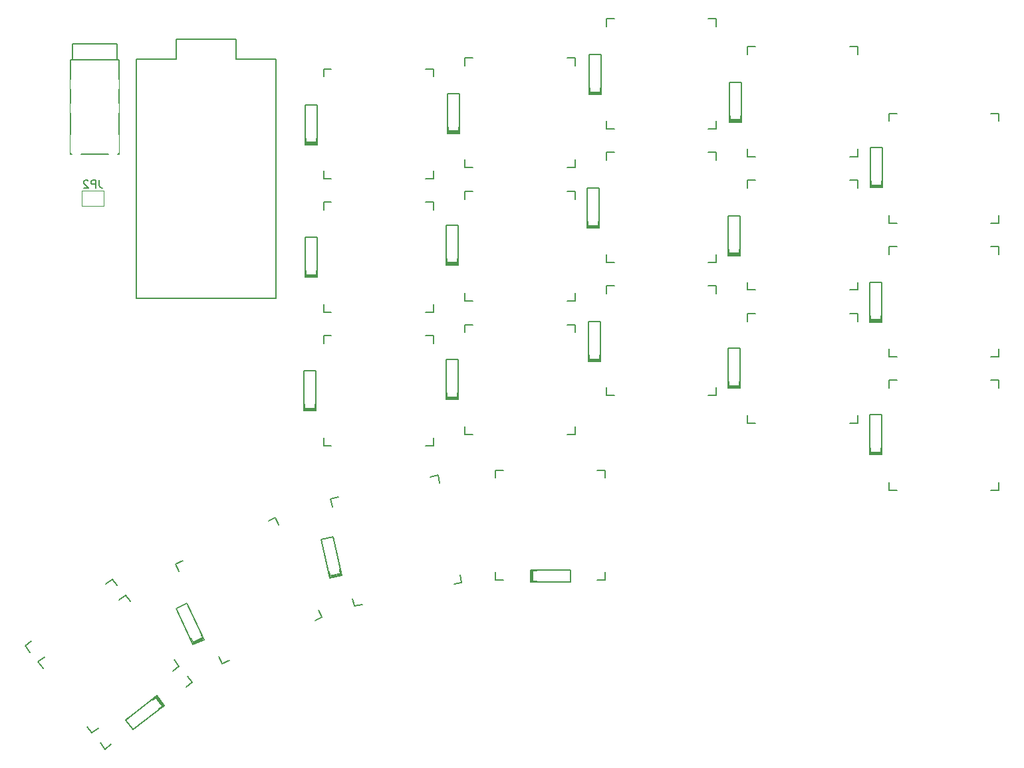
<source format=gbr>
G04 #@! TF.GenerationSoftware,KiCad,Pcbnew,7.0.2-6a45011f42~172~ubuntu20.04.1*
G04 #@! TF.CreationDate,2023-04-26T19:15:44+02:00*
G04 #@! TF.ProjectId,Pteron36v0,50746572-6f6e-4333-9676-302e6b696361,rev?*
G04 #@! TF.SameCoordinates,Original*
G04 #@! TF.FileFunction,Legend,Bot*
G04 #@! TF.FilePolarity,Positive*
%FSLAX46Y46*%
G04 Gerber Fmt 4.6, Leading zero omitted, Abs format (unit mm)*
G04 Created by KiCad (PCBNEW 7.0.2-6a45011f42~172~ubuntu20.04.1) date 2023-04-26 19:15:44*
%MOMM*%
%LPD*%
G01*
G04 APERTURE LIST*
G04 Aperture macros list*
%AMRotRect*
0 Rectangle, with rotation*
0 The origin of the aperture is its center*
0 $1 length*
0 $2 width*
0 $3 Rotation angle, in degrees counterclockwise*
0 Add horizontal line*
21,1,$1,$2,0,0,$3*%
G04 Aperture macros list end*
%ADD10C,0.150000*%
%ADD11C,0.120000*%
%ADD12R,1.200000X1.600000*%
%ADD13R,1.600000X1.600000*%
%ADD14C,1.600000*%
%ADD15RotRect,1.600000X1.200000X282.500000*%
%ADD16RotRect,1.600000X1.600000X282.500000*%
%ADD17RotRect,1.600000X1.200000X295.000000*%
%ADD18RotRect,1.600000X1.600000X295.000000*%
%ADD19RotRect,1.600000X1.200000X37.500000*%
%ADD20RotRect,1.600000X1.600000X37.500000*%
%ADD21C,0.800000*%
%ADD22O,1.600000X2.000000*%
%ADD23C,1.701800*%
%ADD24C,0.990600*%
%ADD25C,3.429000*%
%ADD26C,2.032000*%
%ADD27R,1.600000X1.200000*%
%ADD28R,2.000000X2.000000*%
%ADD29C,2.000000*%
%ADD30R,3.000000X2.500000*%
%ADD31R,1.000000X1.500000*%
G04 APERTURE END LIST*
D10*
G04 #@! TO.C,JP2*
X126436333Y-63829619D02*
X126436333Y-64543904D01*
X126436333Y-64543904D02*
X126483952Y-64686761D01*
X126483952Y-64686761D02*
X126579190Y-64782000D01*
X126579190Y-64782000D02*
X126722047Y-64829619D01*
X126722047Y-64829619D02*
X126817285Y-64829619D01*
X125960142Y-64829619D02*
X125960142Y-63829619D01*
X125960142Y-63829619D02*
X125579190Y-63829619D01*
X125579190Y-63829619D02*
X125483952Y-63877238D01*
X125483952Y-63877238D02*
X125436333Y-63924857D01*
X125436333Y-63924857D02*
X125388714Y-64020095D01*
X125388714Y-64020095D02*
X125388714Y-64162952D01*
X125388714Y-64162952D02*
X125436333Y-64258190D01*
X125436333Y-64258190D02*
X125483952Y-64305809D01*
X125483952Y-64305809D02*
X125579190Y-64353428D01*
X125579190Y-64353428D02*
X125960142Y-64353428D01*
X125007761Y-63924857D02*
X124960142Y-63877238D01*
X124960142Y-63877238D02*
X124864904Y-63829619D01*
X124864904Y-63829619D02*
X124626809Y-63829619D01*
X124626809Y-63829619D02*
X124531571Y-63877238D01*
X124531571Y-63877238D02*
X124483952Y-63924857D01*
X124483952Y-63924857D02*
X124436333Y-64020095D01*
X124436333Y-64020095D02*
X124436333Y-64115333D01*
X124436333Y-64115333D02*
X124483952Y-64258190D01*
X124483952Y-64258190D02*
X125055380Y-64829619D01*
X125055380Y-64829619D02*
X124436333Y-64829619D01*
G04 #@! TO.C,D7*
X226169000Y-59720328D02*
X226169000Y-60228328D01*
X226169000Y-59720328D02*
X226169000Y-64800328D01*
X224645000Y-59720328D02*
X226169000Y-59720328D01*
X226169000Y-64038328D02*
X224645000Y-64038328D01*
X226169000Y-64165328D02*
X224645000Y-64165328D01*
X224645000Y-64292328D02*
X226169000Y-64292328D01*
X226169000Y-64419328D02*
X224645000Y-64419328D01*
X224645000Y-64546328D02*
X226169000Y-64546328D01*
X226169000Y-64673328D02*
X224645000Y-64673328D01*
X226169000Y-64800328D02*
X224645000Y-64800328D01*
X224645000Y-64800328D02*
X224645000Y-59720328D01*
G04 #@! TO.C,D8*
X226042000Y-76865328D02*
X226042000Y-77373328D01*
X226042000Y-76865328D02*
X226042000Y-81945328D01*
X224518000Y-76865328D02*
X226042000Y-76865328D01*
X226042000Y-81183328D02*
X224518000Y-81183328D01*
X226042000Y-81310328D02*
X224518000Y-81310328D01*
X224518000Y-81437328D02*
X226042000Y-81437328D01*
X226042000Y-81564328D02*
X224518000Y-81564328D01*
X224518000Y-81691328D02*
X226042000Y-81691328D01*
X226042000Y-81818328D02*
X224518000Y-81818328D01*
X226042000Y-81945328D02*
X224518000Y-81945328D01*
X224518000Y-81945328D02*
X224518000Y-76865328D01*
G04 #@! TO.C,D9*
X226042000Y-93756328D02*
X226042000Y-94264328D01*
X226042000Y-93756328D02*
X226042000Y-98836328D01*
X224518000Y-93756328D02*
X226042000Y-93756328D01*
X226042000Y-98074328D02*
X224518000Y-98074328D01*
X226042000Y-98201328D02*
X224518000Y-98201328D01*
X224518000Y-98328328D02*
X226042000Y-98328328D01*
X226042000Y-98455328D02*
X224518000Y-98455328D01*
X224518000Y-98582328D02*
X226042000Y-98582328D01*
X226042000Y-98709328D02*
X224518000Y-98709328D01*
X226042000Y-98836328D02*
X224518000Y-98836328D01*
X224518000Y-98836328D02*
X224518000Y-93756328D01*
G04 #@! TO.C,D10*
X156194181Y-109271895D02*
X156304132Y-109767854D01*
X156194181Y-109271895D02*
X157293694Y-114231479D01*
X154706306Y-109601749D02*
X156194181Y-109271895D01*
X157128767Y-113487541D02*
X155640892Y-113817395D01*
X157156255Y-113611531D02*
X155668380Y-113941385D01*
X155695868Y-114065374D02*
X157183743Y-113735521D01*
X157211231Y-113859510D02*
X155723356Y-114189364D01*
X155750843Y-114313354D02*
X157238719Y-113983500D01*
X157266206Y-114107489D02*
X155778331Y-114437343D01*
X157293694Y-114231479D02*
X155805819Y-114561333D01*
X155805819Y-114561333D02*
X154706306Y-109601749D01*
G04 #@! TO.C,D12*
X208203000Y-51366998D02*
X208203000Y-51874998D01*
X208203000Y-51366998D02*
X208203000Y-56446998D01*
X206679000Y-51366998D02*
X208203000Y-51366998D01*
X208203000Y-55684998D02*
X206679000Y-55684998D01*
X208203000Y-55811998D02*
X206679000Y-55811998D01*
X206679000Y-55938998D02*
X208203000Y-55938998D01*
X208203000Y-56065998D02*
X206679000Y-56065998D01*
X206679000Y-56192998D02*
X208203000Y-56192998D01*
X208203000Y-56319998D02*
X206679000Y-56319998D01*
X208203000Y-56446998D02*
X206679000Y-56446998D01*
X206679000Y-56446998D02*
X206679000Y-51366998D01*
G04 #@! TO.C,D13*
X208076000Y-68384998D02*
X208076000Y-68892998D01*
X208076000Y-68384998D02*
X208076000Y-73464998D01*
X206552000Y-68384998D02*
X208076000Y-68384998D01*
X208076000Y-72702998D02*
X206552000Y-72702998D01*
X208076000Y-72829998D02*
X206552000Y-72829998D01*
X206552000Y-72956998D02*
X208076000Y-72956998D01*
X208076000Y-73083998D02*
X206552000Y-73083998D01*
X206552000Y-73210998D02*
X208076000Y-73210998D01*
X208076000Y-73337998D02*
X206552000Y-73337998D01*
X208076000Y-73464998D02*
X206552000Y-73464998D01*
X206552000Y-73464998D02*
X206552000Y-68384998D01*
G04 #@! TO.C,D14*
X208076000Y-85275998D02*
X208076000Y-85783998D01*
X208076000Y-85275998D02*
X208076000Y-90355998D01*
X206552000Y-85275998D02*
X208076000Y-85275998D01*
X208076000Y-89593998D02*
X206552000Y-89593998D01*
X208076000Y-89720998D02*
X206552000Y-89720998D01*
X206552000Y-89847998D02*
X208076000Y-89847998D01*
X208076000Y-89974998D02*
X206552000Y-89974998D01*
X206552000Y-90101998D02*
X208076000Y-90101998D01*
X208076000Y-90228998D02*
X206552000Y-90228998D01*
X208076000Y-90355998D02*
X206552000Y-90355998D01*
X206552000Y-90355998D02*
X206552000Y-85275998D01*
G04 #@! TO.C,D15*
X137617156Y-117792553D02*
X137831846Y-118252957D01*
X137617156Y-117792553D02*
X139764057Y-122396597D01*
X136235943Y-118436623D02*
X137617156Y-117792553D01*
X139442022Y-121705990D02*
X138060809Y-122350060D01*
X139495694Y-121821091D02*
X138114481Y-122465161D01*
X138168154Y-122580263D02*
X139549367Y-121936192D01*
X139603039Y-122051293D02*
X138221826Y-122695364D01*
X138275499Y-122810465D02*
X139656712Y-122166394D01*
X139710384Y-122281496D02*
X138329171Y-122925566D01*
X139764057Y-122396597D02*
X138382844Y-123040667D01*
X138382844Y-123040667D02*
X136235943Y-118436623D01*
G04 #@! TO.C,D17*
X190364000Y-47830664D02*
X190364000Y-48338664D01*
X190364000Y-47830664D02*
X190364000Y-52910664D01*
X188840000Y-47830664D02*
X190364000Y-47830664D01*
X190364000Y-52148664D02*
X188840000Y-52148664D01*
X190364000Y-52275664D02*
X188840000Y-52275664D01*
X188840000Y-52402664D02*
X190364000Y-52402664D01*
X190364000Y-52529664D02*
X188840000Y-52529664D01*
X188840000Y-52656664D02*
X190364000Y-52656664D01*
X190364000Y-52783664D02*
X188840000Y-52783664D01*
X190364000Y-52910664D02*
X188840000Y-52910664D01*
X188840000Y-52910664D02*
X188840000Y-47830664D01*
G04 #@! TO.C,D18*
X190110000Y-64848664D02*
X190110000Y-65356664D01*
X190110000Y-64848664D02*
X190110000Y-69928664D01*
X188586000Y-64848664D02*
X190110000Y-64848664D01*
X190110000Y-69166664D02*
X188586000Y-69166664D01*
X190110000Y-69293664D02*
X188586000Y-69293664D01*
X188586000Y-69420664D02*
X190110000Y-69420664D01*
X190110000Y-69547664D02*
X188586000Y-69547664D01*
X188586000Y-69674664D02*
X190110000Y-69674664D01*
X190110000Y-69801664D02*
X188586000Y-69801664D01*
X190110000Y-69928664D02*
X188586000Y-69928664D01*
X188586000Y-69928664D02*
X188586000Y-64848664D01*
G04 #@! TO.C,D19*
X190237000Y-81866664D02*
X190237000Y-82374664D01*
X190237000Y-81866664D02*
X190237000Y-86946664D01*
X188713000Y-81866664D02*
X190237000Y-81866664D01*
X190237000Y-86184664D02*
X188713000Y-86184664D01*
X190237000Y-86311664D02*
X188713000Y-86311664D01*
X188713000Y-86438664D02*
X190237000Y-86438664D01*
X190237000Y-86565664D02*
X188713000Y-86565664D01*
X188713000Y-86692664D02*
X190237000Y-86692664D01*
X190237000Y-86819664D02*
X188713000Y-86819664D01*
X190237000Y-86946664D02*
X188713000Y-86946664D01*
X188713000Y-86946664D02*
X188713000Y-81866664D01*
G04 #@! TO.C,D20*
X129778806Y-132666119D02*
X130181830Y-132356868D01*
X129778806Y-132666119D02*
X133809041Y-129573611D01*
X130706559Y-133875189D02*
X129778806Y-132666119D01*
X133204506Y-130037487D02*
X134132258Y-131246557D01*
X133305262Y-129960174D02*
X134233014Y-131169245D01*
X134333770Y-131091932D02*
X133406018Y-129882862D01*
X133506774Y-129805549D02*
X134434526Y-131014619D01*
X134535282Y-130937307D02*
X133607530Y-129728236D01*
X133708285Y-129650923D02*
X134636038Y-130859994D01*
X133809041Y-129573611D02*
X134736794Y-130782681D01*
X134736794Y-130782681D02*
X130706559Y-133875189D01*
G04 #@! TO.C,D22*
X172271000Y-52803330D02*
X172271000Y-53311330D01*
X172271000Y-52803330D02*
X172271000Y-57883330D01*
X170747000Y-52803330D02*
X172271000Y-52803330D01*
X172271000Y-57121330D02*
X170747000Y-57121330D01*
X172271000Y-57248330D02*
X170747000Y-57248330D01*
X170747000Y-57375330D02*
X172271000Y-57375330D01*
X172271000Y-57502330D02*
X170747000Y-57502330D01*
X170747000Y-57629330D02*
X172271000Y-57629330D01*
X172271000Y-57756330D02*
X170747000Y-57756330D01*
X172271000Y-57883330D02*
X170747000Y-57883330D01*
X170747000Y-57883330D02*
X170747000Y-52803330D01*
G04 #@! TO.C,D23*
X172144000Y-69567330D02*
X172144000Y-70075330D01*
X172144000Y-69567330D02*
X172144000Y-74647330D01*
X170620000Y-69567330D02*
X172144000Y-69567330D01*
X172144000Y-73885330D02*
X170620000Y-73885330D01*
X172144000Y-74012330D02*
X170620000Y-74012330D01*
X170620000Y-74139330D02*
X172144000Y-74139330D01*
X172144000Y-74266330D02*
X170620000Y-74266330D01*
X170620000Y-74393330D02*
X172144000Y-74393330D01*
X172144000Y-74520330D02*
X170620000Y-74520330D01*
X172144000Y-74647330D02*
X170620000Y-74647330D01*
X170620000Y-74647330D02*
X170620000Y-69567330D01*
G04 #@! TO.C,D24*
X172144000Y-86712330D02*
X172144000Y-87220330D01*
X172144000Y-86712330D02*
X172144000Y-91792330D01*
X170620000Y-86712330D02*
X172144000Y-86712330D01*
X172144000Y-91030330D02*
X170620000Y-91030330D01*
X172144000Y-91157330D02*
X170620000Y-91157330D01*
X170620000Y-91284330D02*
X172144000Y-91284330D01*
X172144000Y-91411330D02*
X170620000Y-91411330D01*
X170620000Y-91538330D02*
X172144000Y-91538330D01*
X172144000Y-91665330D02*
X170620000Y-91665330D01*
X172144000Y-91792330D02*
X170620000Y-91792330D01*
X170620000Y-91792330D02*
X170620000Y-86712330D01*
G04 #@! TO.C,D26*
X154178000Y-54229000D02*
X154178000Y-54737000D01*
X154178000Y-54229000D02*
X154178000Y-59309000D01*
X152654000Y-54229000D02*
X154178000Y-54229000D01*
X154178000Y-58547000D02*
X152654000Y-58547000D01*
X154178000Y-58674000D02*
X152654000Y-58674000D01*
X152654000Y-58801000D02*
X154178000Y-58801000D01*
X154178000Y-58928000D02*
X152654000Y-58928000D01*
X152654000Y-59055000D02*
X154178000Y-59055000D01*
X154178000Y-59182000D02*
X152654000Y-59182000D01*
X154178000Y-59309000D02*
X152654000Y-59309000D01*
X152654000Y-59309000D02*
X152654000Y-54229000D01*
G04 #@! TO.C,D27*
X154178000Y-71120000D02*
X154178000Y-71628000D01*
X154178000Y-71120000D02*
X154178000Y-76200000D01*
X152654000Y-71120000D02*
X154178000Y-71120000D01*
X154178000Y-75438000D02*
X152654000Y-75438000D01*
X154178000Y-75565000D02*
X152654000Y-75565000D01*
X152654000Y-75692000D02*
X154178000Y-75692000D01*
X154178000Y-75819000D02*
X152654000Y-75819000D01*
X152654000Y-75946000D02*
X154178000Y-75946000D01*
X154178000Y-76073000D02*
X152654000Y-76073000D01*
X154178000Y-76200000D02*
X152654000Y-76200000D01*
X152654000Y-76200000D02*
X152654000Y-71120000D01*
G04 #@! TO.C,SW8*
X241000000Y-86333328D02*
X240000000Y-86333328D01*
X241000000Y-85333328D02*
X241000000Y-86333328D01*
X241000000Y-72333328D02*
X241000000Y-73333328D01*
X240000000Y-72333328D02*
X241000000Y-72333328D01*
X228000000Y-86333328D02*
X227000000Y-86333328D01*
X227000000Y-86333328D02*
X227000000Y-85333328D01*
X227000000Y-73333328D02*
X227000000Y-72333328D01*
X227000000Y-72333328D02*
X228000000Y-72333328D01*
G04 #@! TO.C,SW9*
X241000000Y-103333328D02*
X240000000Y-103333328D01*
X241000000Y-102333328D02*
X241000000Y-103333328D01*
X241000000Y-89333328D02*
X241000000Y-90333328D01*
X240000000Y-89333328D02*
X241000000Y-89333328D01*
X228000000Y-103333328D02*
X227000000Y-103333328D01*
X227000000Y-103333328D02*
X227000000Y-102333328D01*
X227000000Y-90333328D02*
X227000000Y-89333328D01*
X227000000Y-89333328D02*
X228000000Y-89333328D01*
G04 #@! TO.C,SW13*
X223000000Y-77833332D02*
X222000000Y-77833332D01*
X223000000Y-76833332D02*
X223000000Y-77833332D01*
X223000000Y-63833332D02*
X223000000Y-64833332D01*
X222000000Y-63833332D02*
X223000000Y-63833332D01*
X210000000Y-77833332D02*
X209000000Y-77833332D01*
X209000000Y-77833332D02*
X209000000Y-76833332D01*
X209000000Y-64833332D02*
X209000000Y-63833332D01*
X209000000Y-63833332D02*
X210000000Y-63833332D01*
G04 #@! TO.C,SW14*
X223000000Y-94833332D02*
X222000000Y-94833332D01*
X223000000Y-93833332D02*
X223000000Y-94833332D01*
X223000000Y-80833332D02*
X223000000Y-81833332D01*
X222000000Y-80833332D02*
X223000000Y-80833332D01*
X210000000Y-94833332D02*
X209000000Y-94833332D01*
X209000000Y-94833332D02*
X209000000Y-93833332D01*
X209000000Y-81833332D02*
X209000000Y-80833332D01*
X209000000Y-80833332D02*
X210000000Y-80833332D01*
G04 #@! TO.C,SW15*
X154802482Y-119552439D02*
X153896175Y-119975057D01*
X154379864Y-118646131D02*
X154802482Y-119552439D01*
X148885827Y-106864130D02*
X149308445Y-107770437D01*
X147979519Y-107286748D02*
X148885827Y-106864130D01*
X143020481Y-125046476D02*
X142114173Y-125469094D01*
X142114173Y-125469094D02*
X141691555Y-124562787D01*
X136620136Y-113687093D02*
X136197518Y-112780785D01*
X136197518Y-112780785D02*
X137103825Y-112358167D01*
G04 #@! TO.C,SW20*
X138288003Y-127834943D02*
X137494650Y-128443705D01*
X137679242Y-127041590D02*
X138288003Y-127834943D01*
X129765343Y-116727997D02*
X130374105Y-117521350D01*
X128971990Y-117336758D02*
X129765343Y-116727997D01*
X127974410Y-135748842D02*
X127181057Y-136357603D01*
X127181057Y-136357603D02*
X126572295Y-135564250D01*
X119267158Y-126044010D02*
X118658397Y-125250657D01*
X118658397Y-125250657D02*
X119451750Y-124641895D01*
G04 #@! TO.C,SW22*
X187000000Y-62249998D02*
X186000000Y-62249998D01*
X187000000Y-61249998D02*
X187000000Y-62249998D01*
X187000000Y-48249998D02*
X187000000Y-49249998D01*
X186000000Y-48249998D02*
X187000000Y-48249998D01*
X174000000Y-62249998D02*
X173000000Y-62249998D01*
X173000000Y-62249998D02*
X173000000Y-61249998D01*
X173000000Y-49249998D02*
X173000000Y-48249998D01*
X173000000Y-48249998D02*
X174000000Y-48249998D01*
G04 #@! TO.C,SW23*
X187000000Y-79249998D02*
X186000000Y-79249998D01*
X187000000Y-78249998D02*
X187000000Y-79249998D01*
X187000000Y-65249998D02*
X187000000Y-66249998D01*
X186000000Y-65249998D02*
X187000000Y-65249998D01*
X174000000Y-79249998D02*
X173000000Y-79249998D01*
X173000000Y-79249998D02*
X173000000Y-78249998D01*
X173000000Y-66249998D02*
X173000000Y-65249998D01*
X173000000Y-65249998D02*
X174000000Y-65249998D01*
G04 #@! TO.C,SW24*
X187000000Y-96249998D02*
X186000000Y-96249998D01*
X187000000Y-95249998D02*
X187000000Y-96249998D01*
X187000000Y-82249998D02*
X187000000Y-83249998D01*
X186000000Y-82249998D02*
X187000000Y-82249998D01*
X174000000Y-96249998D02*
X173000000Y-96249998D01*
X173000000Y-96249998D02*
X173000000Y-95249998D01*
X173000000Y-83249998D02*
X173000000Y-82249998D01*
X173000000Y-82249998D02*
X174000000Y-82249998D01*
G04 #@! TO.C,SW26*
X169000000Y-63666664D02*
X168000000Y-63666664D01*
X169000000Y-62666664D02*
X169000000Y-63666664D01*
X169000000Y-49666664D02*
X169000000Y-50666664D01*
X168000000Y-49666664D02*
X169000000Y-49666664D01*
X156000000Y-63666664D02*
X155000000Y-63666664D01*
X155000000Y-63666664D02*
X155000000Y-62666664D01*
X155000000Y-50666664D02*
X155000000Y-49666664D01*
X155000000Y-49666664D02*
X156000000Y-49666664D01*
G04 #@! TO.C,SW27*
X169000000Y-80666664D02*
X168000000Y-80666664D01*
X169000000Y-79666664D02*
X169000000Y-80666664D01*
X169000000Y-66666664D02*
X169000000Y-67666664D01*
X168000000Y-66666664D02*
X169000000Y-66666664D01*
X156000000Y-80666664D02*
X155000000Y-80666664D01*
X155000000Y-80666664D02*
X155000000Y-79666664D01*
X155000000Y-67666664D02*
X155000000Y-66666664D01*
X155000000Y-66666664D02*
X156000000Y-66666664D01*
G04 #@! TO.C,SW28*
X169000000Y-97666664D02*
X168000000Y-97666664D01*
X169000000Y-96666664D02*
X169000000Y-97666664D01*
X169000000Y-83666664D02*
X169000000Y-84666664D01*
X168000000Y-83666664D02*
X169000000Y-83666664D01*
X156000000Y-97666664D02*
X155000000Y-97666664D01*
X155000000Y-97666664D02*
X155000000Y-96666664D01*
X155000000Y-84666664D02*
X155000000Y-83666664D01*
X155000000Y-83666664D02*
X156000000Y-83666664D01*
G04 #@! TO.C,U1*
X143891000Y-45847000D02*
X143891000Y-48387000D01*
X136271000Y-45847000D02*
X143891000Y-45847000D01*
X148971000Y-48387000D02*
X148971000Y-78867000D01*
X143891000Y-48387000D02*
X148971000Y-48387000D01*
X136271000Y-48387000D02*
X136271000Y-45847000D01*
X131191000Y-48387000D02*
X136271000Y-48387000D01*
X148971000Y-78867000D02*
X131191000Y-78867000D01*
X131191000Y-78867000D02*
X131191000Y-48387000D01*
G04 #@! TO.C,SW7*
X241000000Y-69333328D02*
X240000000Y-69333328D01*
X241000000Y-68333328D02*
X241000000Y-69333328D01*
X241000000Y-55333328D02*
X241000000Y-56333328D01*
X240000000Y-55333328D02*
X241000000Y-55333328D01*
X228000000Y-69333328D02*
X227000000Y-69333328D01*
X227000000Y-69333328D02*
X227000000Y-68333328D01*
X227000000Y-56333328D02*
X227000000Y-55333328D01*
X227000000Y-55333328D02*
X228000000Y-55333328D01*
G04 #@! TO.C,SW12*
X223000000Y-60833332D02*
X222000000Y-60833332D01*
X223000000Y-59833332D02*
X223000000Y-60833332D01*
X223000000Y-46833332D02*
X223000000Y-47833332D01*
X222000000Y-46833332D02*
X223000000Y-46833332D01*
X210000000Y-60833332D02*
X209000000Y-60833332D01*
X209000000Y-60833332D02*
X209000000Y-59833332D01*
X209000000Y-47833332D02*
X209000000Y-46833332D01*
X209000000Y-46833332D02*
X210000000Y-46833332D01*
G04 #@! TO.C,D28*
X154051000Y-88138000D02*
X154051000Y-88646000D01*
X154051000Y-88138000D02*
X154051000Y-93218000D01*
X152527000Y-88138000D02*
X154051000Y-88138000D01*
X154051000Y-92456000D02*
X152527000Y-92456000D01*
X154051000Y-92583000D02*
X152527000Y-92583000D01*
X152527000Y-92710000D02*
X154051000Y-92710000D01*
X154051000Y-92837000D02*
X152527000Y-92837000D01*
X152527000Y-92964000D02*
X154051000Y-92964000D01*
X154051000Y-93091000D02*
X152527000Y-93091000D01*
X154051000Y-93218000D02*
X152527000Y-93218000D01*
X152527000Y-93218000D02*
X152527000Y-88138000D01*
G04 #@! TO.C,SW17*
X205000000Y-57291667D02*
X204000000Y-57291667D01*
X205000000Y-56291667D02*
X205000000Y-57291667D01*
X205000000Y-43291667D02*
X205000000Y-44291667D01*
X204000000Y-43291667D02*
X205000000Y-43291667D01*
X192000000Y-57291667D02*
X191000000Y-57291667D01*
X191000000Y-57291667D02*
X191000000Y-56291667D01*
X191000000Y-44291667D02*
X191000000Y-43291667D01*
X191000000Y-43291667D02*
X192000000Y-43291667D01*
G04 #@! TO.C,SW19*
X205000000Y-91291667D02*
X204000000Y-91291667D01*
X205000000Y-90291667D02*
X205000000Y-91291667D01*
X205000000Y-77291667D02*
X205000000Y-78291667D01*
X204000000Y-77291667D02*
X205000000Y-77291667D01*
X192000000Y-91291667D02*
X191000000Y-91291667D01*
X191000000Y-91291667D02*
X191000000Y-90291667D01*
X191000000Y-78291667D02*
X191000000Y-77291667D01*
X191000000Y-77291667D02*
X192000000Y-77291667D01*
G04 #@! TO.C,SW18*
X205000000Y-74291667D02*
X204000000Y-74291667D01*
X205000000Y-73291667D02*
X205000000Y-74291667D01*
X205000000Y-60291667D02*
X205000000Y-61291667D01*
X204000000Y-60291667D02*
X205000000Y-60291667D01*
X192000000Y-74291667D02*
X191000000Y-74291667D01*
X191000000Y-74291667D02*
X191000000Y-73291667D01*
X191000000Y-61291667D02*
X191000000Y-60291667D01*
X191000000Y-60291667D02*
X192000000Y-60291667D01*
G04 #@! TO.C,SW10*
X172599149Y-115110610D02*
X171622853Y-115327049D01*
X172382710Y-114134314D02*
X172599149Y-115110610D01*
X169568995Y-101442466D02*
X169785434Y-102418762D01*
X168592699Y-101658905D02*
X169568995Y-101442466D01*
X159907301Y-117924325D02*
X158931005Y-118140764D01*
X158931005Y-118140764D02*
X158714566Y-117164468D01*
X156117290Y-105448916D02*
X155900851Y-104472620D01*
X155900851Y-104472620D02*
X156877147Y-104256181D01*
G04 #@! TO.C,SW2*
X190868000Y-114799000D02*
X189868000Y-114799000D01*
X190868000Y-113799000D02*
X190868000Y-114799000D01*
X190868000Y-100799000D02*
X190868000Y-101799000D01*
X189868000Y-100799000D02*
X190868000Y-100799000D01*
X177868000Y-114799000D02*
X176868000Y-114799000D01*
X176868000Y-114799000D02*
X176868000Y-113799000D01*
X176868000Y-101799000D02*
X176868000Y-100799000D01*
X176868000Y-100799000D02*
X177868000Y-100799000D01*
G04 #@! TO.C,D1*
X186436000Y-115062000D02*
X185928000Y-115062000D01*
X186436000Y-115062000D02*
X181356000Y-115062000D01*
X186436000Y-113538000D02*
X186436000Y-115062000D01*
X182118000Y-115062000D02*
X182118000Y-113538000D01*
X181991000Y-115062000D02*
X181991000Y-113538000D01*
X181864000Y-113538000D02*
X181864000Y-115062000D01*
X181737000Y-115062000D02*
X181737000Y-113538000D01*
X181610000Y-113538000D02*
X181610000Y-115062000D01*
X181483000Y-115062000D02*
X181483000Y-113538000D01*
X181356000Y-115062000D02*
X181356000Y-113538000D01*
X181356000Y-113538000D02*
X186436000Y-113538000D01*
G04 #@! TO.C,SW1*
X128092143Y-114685197D02*
X128700905Y-115478550D01*
X127298790Y-115293958D02*
X128092143Y-114685197D01*
X116985197Y-123207857D02*
X117778550Y-122599095D01*
X117593958Y-124001210D02*
X116985197Y-123207857D01*
X136006042Y-124998790D02*
X136614803Y-125792143D01*
X136614803Y-125792143D02*
X135821450Y-126400905D01*
X126301210Y-133706042D02*
X125507857Y-134314803D01*
X125507857Y-134314803D02*
X124899095Y-133521450D01*
G04 #@! TO.C,J2*
X128920000Y-48468980D02*
X128920000Y-60568980D01*
X128670000Y-48468980D02*
X128670000Y-46468980D01*
X123070000Y-48468980D02*
X123070000Y-46468980D01*
X123070000Y-46468980D02*
X128670000Y-46468980D01*
X122820000Y-60568980D02*
X128920000Y-60568980D01*
X122820000Y-48468980D02*
X128920000Y-48468980D01*
X122820000Y-48468980D02*
X122820000Y-60568980D01*
D11*
G04 #@! TO.C,JP2*
X127003000Y-67167000D02*
X127003000Y-65167000D01*
X127003000Y-65167000D02*
X124203000Y-65167000D01*
X124203000Y-67167000D02*
X127003000Y-67167000D01*
X124203000Y-65167000D02*
X124203000Y-67167000D01*
G04 #@! TD*
%LPC*%
D12*
G04 #@! TO.C,D7*
X225407000Y-63660328D03*
D13*
X225407000Y-66160328D03*
D14*
X225407000Y-58360328D03*
D12*
X225407000Y-60860328D03*
G04 #@! TD*
G04 #@! TO.C,D8*
X225280000Y-80805328D03*
D13*
X225280000Y-83305328D03*
D14*
X225280000Y-75505328D03*
D12*
X225280000Y-78005328D03*
G04 #@! TD*
G04 #@! TO.C,D9*
X225280000Y-97696328D03*
D13*
X225280000Y-100196328D03*
D14*
X225280000Y-92396328D03*
D12*
X225280000Y-94896328D03*
G04 #@! TD*
D15*
G04 #@! TO.C,D10*
X156303015Y-113283428D03*
D16*
X156844114Y-115724168D03*
D14*
X155155886Y-108109060D03*
D15*
X155696985Y-110549800D03*
G04 #@! TD*
D12*
G04 #@! TO.C,D12*
X207441000Y-55306998D03*
D13*
X207441000Y-57806998D03*
D14*
X207441000Y-50006998D03*
D12*
X207441000Y-52506998D03*
G04 #@! TD*
G04 #@! TO.C,D13*
X207314000Y-72324998D03*
D13*
X207314000Y-74824998D03*
D14*
X207314000Y-67024998D03*
D12*
X207314000Y-69524998D03*
G04 #@! TD*
G04 #@! TO.C,D14*
X207314000Y-89215998D03*
D13*
X207314000Y-91715998D03*
D14*
X207314000Y-83915998D03*
D12*
X207314000Y-86415998D03*
G04 #@! TD*
D17*
G04 #@! TO.C,D15*
X138591666Y-121685441D03*
D18*
X139648211Y-123951210D03*
D14*
X136351789Y-116882010D03*
D17*
X137408334Y-119147779D03*
G04 #@! TD*
D12*
G04 #@! TO.C,D17*
X189602000Y-51770664D03*
D13*
X189602000Y-54270664D03*
D14*
X189602000Y-46470664D03*
D12*
X189602000Y-48970664D03*
G04 #@! TD*
G04 #@! TO.C,D18*
X189348000Y-68788664D03*
D13*
X189348000Y-71288664D03*
D14*
X189348000Y-63488664D03*
D12*
X189348000Y-65988664D03*
G04 #@! TD*
G04 #@! TO.C,D19*
X189475000Y-85806664D03*
D13*
X189475000Y-88306664D03*
D14*
X189475000Y-80506664D03*
D12*
X189475000Y-83006664D03*
G04 #@! TD*
D19*
G04 #@! TO.C,D20*
X133368495Y-130872134D03*
D20*
X135351878Y-129350230D03*
D14*
X129163722Y-134098570D03*
D19*
X131147105Y-132576666D03*
G04 #@! TD*
D12*
G04 #@! TO.C,D22*
X171509000Y-56743330D03*
D13*
X171509000Y-59243330D03*
D14*
X171509000Y-51443330D03*
D12*
X171509000Y-53943330D03*
G04 #@! TD*
G04 #@! TO.C,D23*
X171382000Y-73507330D03*
D13*
X171382000Y-76007330D03*
D14*
X171382000Y-68207330D03*
D12*
X171382000Y-70707330D03*
G04 #@! TD*
G04 #@! TO.C,D24*
X171382000Y-90652330D03*
D13*
X171382000Y-93152330D03*
D14*
X171382000Y-85352330D03*
D12*
X171382000Y-87852330D03*
G04 #@! TD*
G04 #@! TO.C,D26*
X153416000Y-58169000D03*
D13*
X153416000Y-60669000D03*
D14*
X153416000Y-52869000D03*
D12*
X153416000Y-55369000D03*
G04 #@! TD*
G04 #@! TO.C,D27*
X153416000Y-75060000D03*
D13*
X153416000Y-77560000D03*
D14*
X153416000Y-69760000D03*
D12*
X153416000Y-72260000D03*
G04 #@! TD*
D21*
G04 #@! TO.C,J1*
X125870000Y-50068980D03*
X125870000Y-57068980D03*
D22*
X123570000Y-59768980D03*
X128170000Y-58668980D03*
X128170000Y-54668980D03*
X128170000Y-51668980D03*
G04 #@! TD*
D23*
G04 #@! TO.C,SW8*
X239500000Y-79333328D03*
D24*
X239220000Y-83533328D03*
D25*
X234000000Y-79333328D03*
D24*
X228780000Y-83533328D03*
D23*
X228500000Y-79333328D03*
D26*
X234000000Y-73433328D03*
X239000000Y-75533328D03*
X229000000Y-75533328D03*
G04 #@! TD*
D23*
G04 #@! TO.C,SW9*
X239500000Y-96333328D03*
D24*
X239220000Y-100533328D03*
D25*
X234000000Y-96333328D03*
D24*
X228780000Y-100533328D03*
D23*
X228500000Y-96333328D03*
D26*
X234000000Y-90433328D03*
X239000000Y-92533328D03*
X229000000Y-92533328D03*
G04 #@! TD*
D23*
G04 #@! TO.C,SW13*
X221500000Y-70833332D03*
D24*
X221220000Y-75033332D03*
D25*
X216000000Y-70833332D03*
D24*
X210780000Y-75033332D03*
D23*
X210500000Y-70833332D03*
D26*
X216000000Y-64933332D03*
X221000000Y-67033332D03*
X211000000Y-67033332D03*
G04 #@! TD*
D23*
G04 #@! TO.C,SW14*
X221500000Y-87833332D03*
D24*
X221220000Y-92033332D03*
D25*
X216000000Y-87833332D03*
D24*
X210780000Y-92033332D03*
D23*
X210500000Y-87833332D03*
D26*
X216000000Y-81933332D03*
X221000000Y-84033332D03*
X211000000Y-84033332D03*
G04 #@! TD*
D23*
G04 #@! TO.C,SW15*
X150484693Y-113842212D03*
D24*
X152005923Y-117767037D03*
D25*
X145500000Y-116166612D03*
D24*
X142544070Y-122179172D03*
D23*
X140515307Y-118491012D03*
D26*
X143006552Y-110819396D03*
X148425590Y-110609551D03*
X139362512Y-114835734D03*
G04 #@! TD*
D23*
G04 #@! TO.C,SW20*
X132836643Y-123194612D03*
D24*
X135171302Y-126697149D03*
D25*
X128473200Y-126542800D03*
D24*
X126888694Y-133052619D03*
D23*
X124109757Y-129890988D03*
D26*
X124881508Y-121862015D03*
X130126673Y-120484250D03*
X122193140Y-126571864D03*
G04 #@! TD*
D23*
G04 #@! TO.C,SW22*
X185500000Y-55249998D03*
D24*
X185220000Y-59449998D03*
D25*
X180000000Y-55249998D03*
D24*
X174780000Y-59449998D03*
D23*
X174500000Y-55249998D03*
D26*
X180000000Y-49349998D03*
X185000000Y-51449998D03*
X175000000Y-51449998D03*
G04 #@! TD*
D23*
G04 #@! TO.C,SW23*
X185500000Y-72249998D03*
D24*
X185220000Y-76449998D03*
D25*
X180000000Y-72249998D03*
D24*
X174780000Y-76449998D03*
D23*
X174500000Y-72249998D03*
D26*
X180000000Y-66349998D03*
X185000000Y-68449998D03*
X175000000Y-68449998D03*
G04 #@! TD*
D23*
G04 #@! TO.C,SW24*
X185500000Y-89249998D03*
D24*
X185220000Y-93449998D03*
D25*
X180000000Y-89249998D03*
D24*
X174780000Y-93449998D03*
D23*
X174500000Y-89249998D03*
D26*
X180000000Y-83349998D03*
X185000000Y-85449998D03*
X175000000Y-85449998D03*
G04 #@! TD*
D23*
G04 #@! TO.C,SW26*
X167500000Y-56666664D03*
D24*
X167220000Y-60866664D03*
D25*
X162000000Y-56666664D03*
D24*
X156780000Y-60866664D03*
D23*
X156500000Y-56666664D03*
D26*
X162000000Y-50766664D03*
X167000000Y-52866664D03*
X157000000Y-52866664D03*
G04 #@! TD*
D23*
G04 #@! TO.C,SW27*
X167500000Y-73666664D03*
D24*
X167220000Y-77866664D03*
D25*
X162000000Y-73666664D03*
D24*
X156780000Y-77866664D03*
D23*
X156500000Y-73666664D03*
D26*
X162000000Y-67766664D03*
X167000000Y-69866664D03*
X157000000Y-69866664D03*
G04 #@! TD*
D23*
G04 #@! TO.C,SW28*
X167500000Y-90666664D03*
D24*
X167220000Y-94866664D03*
D25*
X162000000Y-90666664D03*
D24*
X156780000Y-94866664D03*
D23*
X156500000Y-90666664D03*
D26*
X162000000Y-84766664D03*
X167000000Y-86866664D03*
X157000000Y-86866664D03*
G04 #@! TD*
D13*
G04 #@! TO.C,U1*
X132461000Y-49657000D03*
D14*
X132461000Y-52197000D03*
X132461000Y-54737000D03*
X132461000Y-57277000D03*
X132461000Y-59817000D03*
X132461000Y-62357000D03*
X132461000Y-64897000D03*
X132461000Y-67437000D03*
X132461000Y-69977000D03*
X132461000Y-72517000D03*
X132461000Y-75057000D03*
X132461000Y-77597000D03*
X147701000Y-77597000D03*
X147701000Y-75057000D03*
X147701000Y-72517000D03*
X147701000Y-69977000D03*
X147701000Y-67437000D03*
X147701000Y-64897000D03*
X147701000Y-62357000D03*
X147701000Y-59817000D03*
X147701000Y-57277000D03*
X147701000Y-54737000D03*
X147701000Y-52197000D03*
X147701000Y-49657000D03*
G04 #@! TD*
D23*
G04 #@! TO.C,SW7*
X239500000Y-62333328D03*
D24*
X239220000Y-66533328D03*
D25*
X234000000Y-62333328D03*
D24*
X228780000Y-66533328D03*
D23*
X228500000Y-62333328D03*
D26*
X234000000Y-56433328D03*
X239000000Y-58533328D03*
X229000000Y-58533328D03*
G04 #@! TD*
D23*
G04 #@! TO.C,SW12*
X221500000Y-53833332D03*
D24*
X221220000Y-58033332D03*
D25*
X216000000Y-53833332D03*
D24*
X210780000Y-58033332D03*
D23*
X210500000Y-53833332D03*
D26*
X216000000Y-47933332D03*
X221000000Y-50033332D03*
X211000000Y-50033332D03*
G04 #@! TD*
D12*
G04 #@! TO.C,D28*
X153289000Y-92078000D03*
D13*
X153289000Y-94578000D03*
D14*
X153289000Y-86778000D03*
D12*
X153289000Y-89278000D03*
G04 #@! TD*
D23*
G04 #@! TO.C,SW17*
X203500000Y-50291667D03*
D24*
X203220000Y-54491667D03*
D25*
X198000000Y-50291667D03*
D24*
X192780000Y-54491667D03*
D23*
X192500000Y-50291667D03*
D26*
X198000000Y-44391667D03*
X203000000Y-46491667D03*
X193000000Y-46491667D03*
G04 #@! TD*
D23*
G04 #@! TO.C,SW19*
X203500000Y-84291667D03*
D24*
X203220000Y-88491667D03*
D25*
X198000000Y-84291667D03*
D24*
X192780000Y-88491667D03*
D23*
X192500000Y-84291667D03*
D26*
X198000000Y-78391667D03*
X203000000Y-80491667D03*
X193000000Y-80491667D03*
G04 #@! TD*
D23*
G04 #@! TO.C,SW18*
X203500000Y-67291667D03*
D24*
X203220000Y-71491667D03*
D25*
X198000000Y-67291667D03*
D24*
X192780000Y-71491667D03*
D23*
X192500000Y-67291667D03*
D26*
X198000000Y-61391667D03*
X203000000Y-63491667D03*
X193000000Y-63491667D03*
G04 #@! TD*
D23*
G04 #@! TO.C,SW10*
X169619628Y-108601197D03*
D24*
X170255312Y-112762243D03*
D25*
X164250000Y-109791615D03*
D24*
X160062781Y-115021873D03*
D23*
X158880372Y-110982033D03*
D26*
X162973006Y-104031469D03*
X168309010Y-104999492D03*
X158546049Y-107163888D03*
G04 #@! TD*
D23*
G04 #@! TO.C,SW2*
X189368000Y-107799000D03*
D24*
X189088000Y-111999000D03*
D25*
X183868000Y-107799000D03*
D24*
X178648000Y-111999000D03*
D23*
X178368000Y-107799000D03*
D26*
X183868000Y-101899000D03*
X188868000Y-103999000D03*
X178868000Y-103999000D03*
G04 #@! TD*
D27*
G04 #@! TO.C,D1*
X182496000Y-114300000D03*
D13*
X179996000Y-114300000D03*
D14*
X187796000Y-114300000D03*
D27*
X185296000Y-114300000D03*
G04 #@! TD*
D23*
G04 #@! TO.C,SW1*
X123451812Y-120136557D03*
D24*
X126954349Y-117801898D03*
D25*
X126800000Y-124500000D03*
D24*
X133309819Y-126084506D03*
D23*
X130148188Y-128863443D03*
D26*
X120741450Y-122846527D03*
X126829064Y-130780060D03*
X122119215Y-128091692D03*
G04 #@! TD*
D28*
G04 #@! TO.C,EN_1*
X130302000Y-87630000D03*
D29*
X130302000Y-92630000D03*
X130302000Y-90130000D03*
D30*
X137802000Y-84530000D03*
X137802000Y-95730000D03*
G04 #@! TD*
D21*
G04 #@! TO.C,J2*
X125870000Y-57068980D03*
X125870000Y-50068980D03*
D22*
X128170000Y-59768980D03*
X123570000Y-58668980D03*
X123570000Y-54668980D03*
X123570000Y-51668980D03*
G04 #@! TD*
D31*
G04 #@! TO.C,JP2*
X126253000Y-66167000D03*
X124953000Y-66167000D03*
G04 #@! TD*
%LPD*%
M02*

</source>
